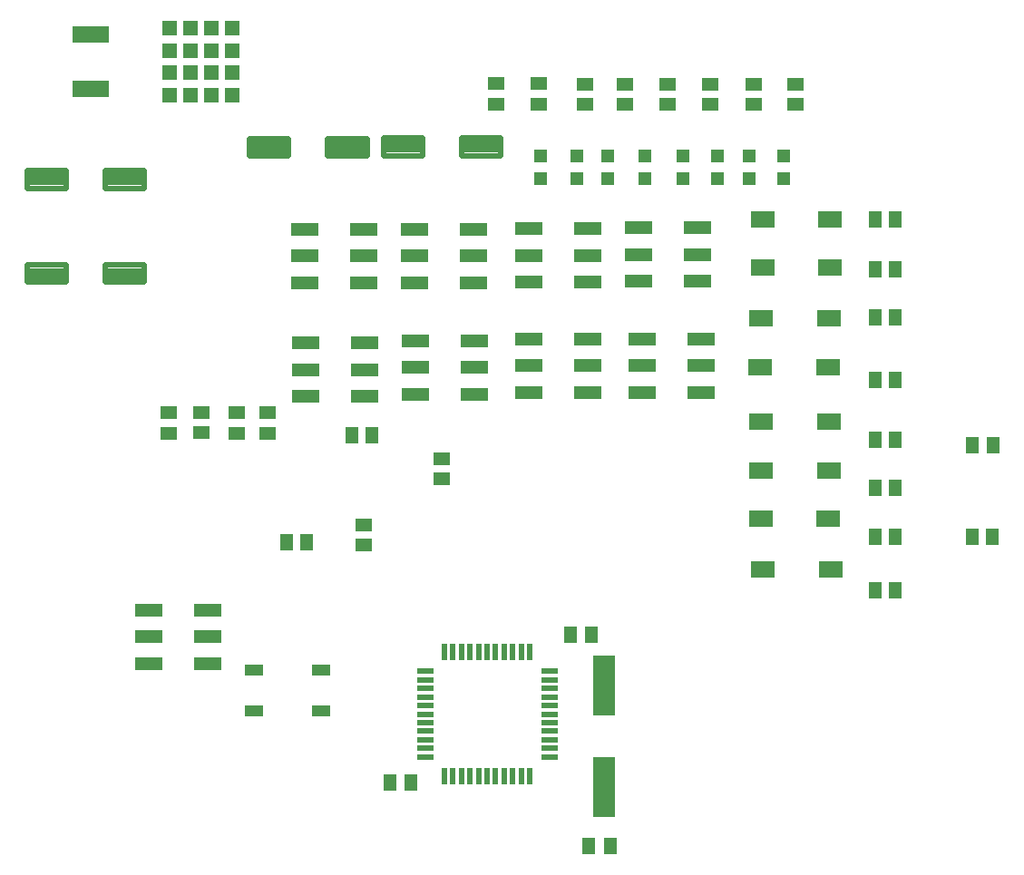
<source format=gbr>
G04 EAGLE Gerber RS-274X export*
G75*
%MOMM*%
%FSLAX34Y34*%
%LPD*%
%INSolderpaste Top*%
%IPPOS*%
%AMOC8*
5,1,8,0,0,1.08239X$1,22.5*%
G01*
%ADD10R,1.500000X0.500000*%
%ADD11R,0.500000X1.500000*%
%ADD12R,1.300000X1.500000*%
%ADD13R,1.700000X1.000000*%
%ADD14R,2.500000X1.200000*%
%ADD15R,1.500000X1.300000*%
%ADD16R,1.200000X1.200000*%
%ADD17R,2.300000X1.600000*%
%ADD18R,1.370369X1.469512*%
%ADD19R,1.376409X1.471081*%
%ADD20R,1.375169X1.472200*%
%ADD21R,1.373541X1.469509*%
%ADD22R,1.375909X1.467500*%
%ADD23R,1.375569X1.468209*%
%ADD24R,1.373509X1.476419*%
%ADD25R,1.369741X1.476731*%
%ADD26R,1.380062X1.471559*%
%ADD27R,1.380141X1.469409*%
%ADD28R,1.377669X1.469638*%
%ADD29R,1.378441X1.471450*%
%ADD30R,1.377669X1.474700*%
%ADD31R,1.380072X1.473869*%
%ADD32R,1.378691X1.468369*%
%ADD33R,1.380047X1.468441*%
%ADD34R,3.500000X1.600000*%
%ADD35C,0.550000*%
%ADD36R,2.100000X5.600000*%
%ADD37R,1.300000X1.600000*%


D10*
X387900Y349300D03*
X387900Y341300D03*
X387900Y333300D03*
X387900Y325300D03*
X387900Y317300D03*
X387900Y309300D03*
X387900Y301300D03*
X387900Y293300D03*
X387900Y285300D03*
X387900Y277300D03*
X387900Y269300D03*
D11*
X405900Y251300D03*
X413900Y251300D03*
X421900Y251300D03*
X429900Y251300D03*
X437900Y251300D03*
X445900Y251300D03*
X453900Y251300D03*
X461900Y251300D03*
X469900Y251300D03*
X477900Y251300D03*
X485900Y251300D03*
D10*
X503900Y269300D03*
X503900Y277300D03*
X503900Y285300D03*
X503900Y293300D03*
X503900Y301300D03*
X503900Y309300D03*
X503900Y317300D03*
X503900Y325300D03*
X503900Y333300D03*
X503900Y341300D03*
X503900Y349300D03*
D11*
X485900Y367300D03*
X477900Y367300D03*
X469900Y367300D03*
X461900Y367300D03*
X453900Y367300D03*
X445900Y367300D03*
X437900Y367300D03*
X429900Y367300D03*
X421900Y367300D03*
X413900Y367300D03*
X405900Y367300D03*
D12*
X374700Y245200D03*
X355700Y245200D03*
D13*
X291000Y312300D03*
X291000Y350300D03*
X228000Y312300D03*
X228000Y350300D03*
D14*
X185000Y356500D03*
X185000Y381500D03*
X185000Y406500D03*
X130000Y356500D03*
X130000Y381500D03*
X130000Y406500D03*
X276500Y656000D03*
X276500Y631000D03*
X276500Y606000D03*
X331500Y656000D03*
X331500Y631000D03*
X331500Y606000D03*
X379000Y658000D03*
X379000Y633000D03*
X379000Y608000D03*
X434000Y658000D03*
X434000Y633000D03*
X434000Y608000D03*
X484500Y659500D03*
X484500Y634500D03*
X484500Y609500D03*
X539500Y659500D03*
X539500Y634500D03*
X539500Y609500D03*
X590500Y659500D03*
X590500Y634500D03*
X590500Y609500D03*
X645500Y659500D03*
X645500Y634500D03*
X645500Y609500D03*
X587500Y763500D03*
X587500Y738500D03*
X587500Y713500D03*
X642500Y763500D03*
X642500Y738500D03*
X642500Y713500D03*
X484500Y762500D03*
X484500Y737500D03*
X484500Y712500D03*
X539500Y762500D03*
X539500Y737500D03*
X539500Y712500D03*
X378500Y762000D03*
X378500Y737000D03*
X378500Y712000D03*
X433500Y762000D03*
X433500Y737000D03*
X433500Y712000D03*
X275500Y762000D03*
X275500Y737000D03*
X275500Y712000D03*
X330500Y762000D03*
X330500Y737000D03*
X330500Y712000D03*
D15*
X454500Y898000D03*
X454500Y879000D03*
X494500Y898000D03*
X494500Y879000D03*
X537500Y897500D03*
X537500Y878500D03*
X574500Y897500D03*
X574500Y878500D03*
X614500Y897500D03*
X614500Y878500D03*
X654500Y897500D03*
X654500Y878500D03*
X694500Y897500D03*
X694500Y878500D03*
X733500Y897500D03*
X733500Y878500D03*
D16*
X495500Y830500D03*
X495500Y809500D03*
X530000Y830500D03*
X530000Y809500D03*
X558500Y830500D03*
X558500Y809500D03*
X593000Y830500D03*
X593000Y809500D03*
X628500Y830500D03*
X628500Y809500D03*
X661000Y830500D03*
X661000Y809500D03*
X690500Y830500D03*
X690500Y809500D03*
X722500Y830500D03*
X722500Y809500D03*
D12*
X827000Y425000D03*
X808000Y425000D03*
X827000Y474500D03*
X808000Y474500D03*
X827000Y520500D03*
X808000Y520500D03*
X827000Y565500D03*
X808000Y565500D03*
X827000Y771500D03*
X808000Y771500D03*
X827000Y725000D03*
X808000Y725000D03*
X827000Y679500D03*
X808000Y679500D03*
X827000Y621000D03*
X808000Y621000D03*
D17*
X766500Y444500D03*
X703500Y444500D03*
X764500Y492000D03*
X701500Y492000D03*
X765000Y537000D03*
X702000Y537000D03*
X765000Y582500D03*
X702000Y582500D03*
X766000Y771500D03*
X703000Y771500D03*
X766000Y726000D03*
X703000Y726000D03*
X765000Y679000D03*
X702000Y679000D03*
X764000Y633000D03*
X701000Y633000D03*
D12*
X918000Y560500D03*
X899000Y560500D03*
X917500Y474500D03*
X898500Y474500D03*
D18*
X208348Y928802D03*
D19*
X208318Y908195D03*
D20*
X188624Y908189D03*
D21*
X188632Y928802D03*
D22*
X188620Y949463D03*
D23*
X208322Y949459D03*
D24*
X188632Y887518D03*
D25*
X208351Y887516D03*
D26*
X149200Y908192D03*
D27*
X149199Y928803D03*
D28*
X168912Y928802D03*
D29*
X168908Y908193D03*
D30*
X168912Y887527D03*
D31*
X149200Y887531D03*
D32*
X168907Y949458D03*
D33*
X149200Y949458D03*
D34*
X76000Y943900D03*
X76000Y893100D03*
D35*
X89750Y729250D02*
X126250Y729250D01*
X126250Y712750D01*
X89750Y712750D01*
X89750Y729250D01*
X89750Y717975D02*
X126250Y717975D01*
X126250Y723200D02*
X89750Y723200D01*
X89750Y728425D02*
X126250Y728425D01*
X53250Y729250D02*
X16750Y729250D01*
X53250Y729250D02*
X53250Y712750D01*
X16750Y712750D01*
X16750Y729250D01*
X16750Y717975D02*
X53250Y717975D01*
X53250Y723200D02*
X16750Y723200D01*
X16750Y728425D02*
X53250Y728425D01*
X89750Y816750D02*
X126250Y816750D01*
X126250Y800250D01*
X89750Y800250D01*
X89750Y816750D01*
X89750Y805475D02*
X126250Y805475D01*
X126250Y810700D02*
X89750Y810700D01*
X89750Y815925D02*
X126250Y815925D01*
X53250Y816750D02*
X16750Y816750D01*
X53250Y816750D02*
X53250Y800250D01*
X16750Y800250D01*
X16750Y816750D01*
X16750Y805475D02*
X53250Y805475D01*
X53250Y810700D02*
X16750Y810700D01*
X16750Y815925D02*
X53250Y815925D01*
X224250Y830250D02*
X260750Y830250D01*
X224250Y830250D02*
X224250Y846750D01*
X260750Y846750D01*
X260750Y830250D01*
X260750Y835475D02*
X224250Y835475D01*
X224250Y840700D02*
X260750Y840700D01*
X260750Y845925D02*
X224250Y845925D01*
X297250Y830250D02*
X333750Y830250D01*
X297250Y830250D02*
X297250Y846750D01*
X333750Y846750D01*
X333750Y830250D01*
X333750Y835475D02*
X297250Y835475D01*
X297250Y840700D02*
X333750Y840700D01*
X333750Y845925D02*
X297250Y845925D01*
X422250Y847250D02*
X458750Y847250D01*
X458750Y830750D01*
X422250Y830750D01*
X422250Y847250D01*
X422250Y835975D02*
X458750Y835975D01*
X458750Y841200D02*
X422250Y841200D01*
X422250Y846425D02*
X458750Y846425D01*
X385750Y847250D02*
X349250Y847250D01*
X385750Y847250D02*
X385750Y830750D01*
X349250Y830750D01*
X349250Y847250D01*
X349250Y835975D02*
X385750Y835975D01*
X385750Y841200D02*
X349250Y841200D01*
X349250Y846425D02*
X385750Y846425D01*
D12*
X277500Y470000D03*
X258500Y470000D03*
X319500Y570000D03*
X338500Y570000D03*
D15*
X331000Y486000D03*
X331000Y467000D03*
X403500Y548000D03*
X403500Y529000D03*
X148500Y571500D03*
X148500Y590500D03*
X179000Y572000D03*
X179000Y591000D03*
X212000Y571500D03*
X212000Y590500D03*
X241000Y571500D03*
X241000Y590500D03*
D36*
X555000Y241000D03*
X555000Y336000D03*
D37*
X541000Y186500D03*
X561000Y186500D03*
X523500Y383000D03*
X543500Y383000D03*
M02*

</source>
